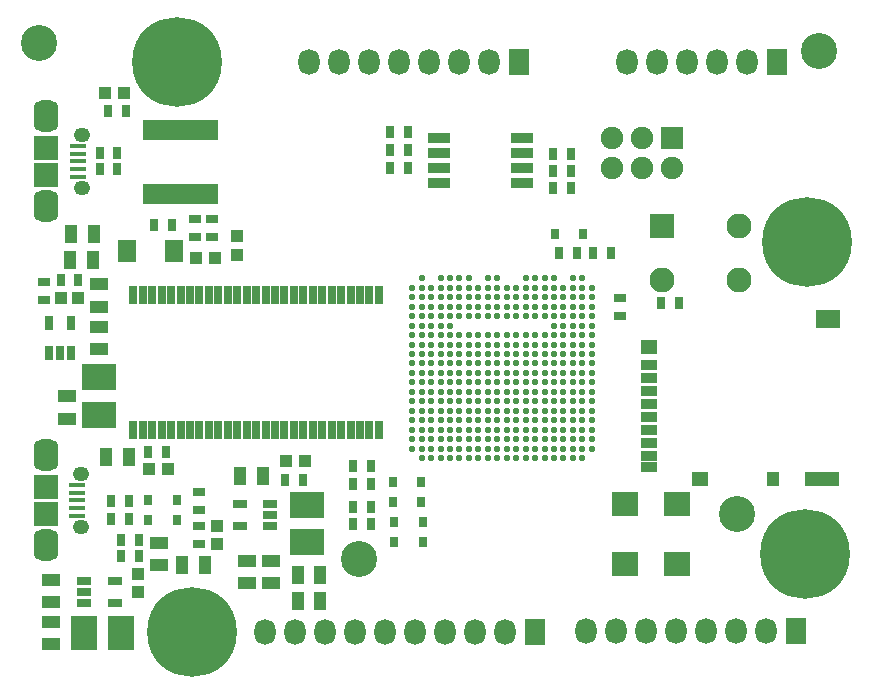
<source format=gts>
G04*
G04 #@! TF.GenerationSoftware,Altium Limited,Altium Designer,18.1.9 (240)*
G04*
G04 Layer_Color=8388736*
%FSLAX44Y44*%
%MOMM*%
G71*
G01*
G75*
%ADD38R,1.6032X1.8432*%
%ADD39R,1.0032X1.0032*%
%ADD40R,1.0032X1.0032*%
%ADD41R,1.5032X1.1032*%
%ADD42R,1.1032X1.5032*%
%ADD43R,0.8032X1.1032*%
%ADD44R,1.1032X0.8032*%
%ADD45R,0.7620X0.8890*%
%ADD46R,2.2032X2.9032*%
%ADD47R,2.9032X2.2032*%
%ADD48C,0.5432*%
%ADD49R,1.4032X0.9032*%
%ADD50R,1.3400X0.8400*%
%ADD51R,1.4032X1.2032*%
%ADD52R,2.1031X1.5032*%
%ADD53R,3.0033X1.2032*%
%ADD54R,1.0033X1.2032*%
%ADD55R,1.4032X1.2032*%
%ADD56C,3.0480*%
%ADD57R,2.1032X2.0032*%
%ADD58R,1.4008X0.4508*%
%ADD59R,1.3032X0.8032*%
%ADD60R,0.8032X1.3032*%
%ADD61R,0.6382X1.7292*%
%ADD62R,1.9882X0.8532*%
%ADD63R,0.8032X1.4982*%
%ADD64R,2.2032X2.0032*%
%ADD65C,2.1032*%
%ADD66R,2.1032X2.1032*%
G04:AMPARAMS|DCode=67|XSize=1.33mm|YSize=1.18mm|CornerRadius=0.502mm|HoleSize=0mm|Usage=FLASHONLY|Rotation=0.000|XOffset=0mm|YOffset=0mm|HoleType=Round|Shape=RoundedRectangle|*
%AMROUNDEDRECTD67*
21,1,1.3300,0.1760,0,0,0.0*
21,1,0.3260,1.1800,0,0,0.0*
1,1,1.0040,0.1630,-0.0880*
1,1,1.0040,-0.1630,-0.0880*
1,1,1.0040,-0.1630,0.0880*
1,1,1.0040,0.1630,0.0880*
%
%ADD67ROUNDEDRECTD67*%
G04:AMPARAMS|DCode=68|XSize=2.1032mm|YSize=2.6282mm|CornerRadius=0.6716mm|HoleSize=0mm|Usage=FLASHONLY|Rotation=0.000|XOffset=0mm|YOffset=0mm|HoleType=Round|Shape=RoundedRectangle|*
%AMROUNDEDRECTD68*
21,1,2.1032,1.2850,0,0,0.0*
21,1,0.7600,2.6282,0,0,0.0*
1,1,1.3432,0.3800,-0.6425*
1,1,1.3432,-0.3800,-0.6425*
1,1,1.3432,-0.3800,0.6425*
1,1,1.3432,0.3800,0.6425*
%
%ADD68ROUNDEDRECTD68*%
%ADD69C,1.9032*%
%ADD70R,1.9032X1.9032*%
%ADD71C,7.6032*%
%ADD72R,1.8032X2.2032*%
%ADD73O,1.8032X2.2032*%
D38*
X124650Y348000D02*
D03*
X84350D02*
D03*
D39*
X94000Y59000D02*
D03*
Y74000D02*
D03*
X161000Y99500D02*
D03*
Y114500D02*
D03*
X178000Y360000D02*
D03*
Y344000D02*
D03*
D40*
X43500Y308000D02*
D03*
X28500D02*
D03*
X103000Y162700D02*
D03*
X119000D02*
D03*
X66000Y481000D02*
D03*
X82000D02*
D03*
X143000Y342000D02*
D03*
X159000D02*
D03*
X219223Y169600D02*
D03*
X235223D02*
D03*
D41*
X61000Y283500D02*
D03*
Y264500D02*
D03*
X20000Y33500D02*
D03*
Y14500D02*
D03*
X112000Y81500D02*
D03*
Y100500D02*
D03*
X20000Y50500D02*
D03*
Y69500D02*
D03*
X61000Y319500D02*
D03*
Y300500D02*
D03*
X34000Y205500D02*
D03*
Y224500D02*
D03*
X186000Y85500D02*
D03*
Y66500D02*
D03*
X207000Y85500D02*
D03*
Y66500D02*
D03*
D42*
X131500Y82000D02*
D03*
X150500D02*
D03*
X67000Y173000D02*
D03*
X86000D02*
D03*
X56500Y362000D02*
D03*
X37500D02*
D03*
X55750Y340000D02*
D03*
X36750D02*
D03*
X180500Y157000D02*
D03*
X199500D02*
D03*
X229100Y51500D02*
D03*
X248100D02*
D03*
X229100Y73500D02*
D03*
X248100D02*
D03*
D43*
X276100Y150400D02*
D03*
X291100D02*
D03*
X276100Y165400D02*
D03*
X291100D02*
D03*
X276400Y116760D02*
D03*
X291400D02*
D03*
X276400Y130760D02*
D03*
X291400D02*
D03*
X86000Y121000D02*
D03*
X71000D02*
D03*
X86000Y136000D02*
D03*
X71000D02*
D03*
X122500Y370000D02*
D03*
X107500D02*
D03*
X76500Y417000D02*
D03*
X61500D02*
D03*
X76500Y431000D02*
D03*
X61500D02*
D03*
X94500Y103000D02*
D03*
X79500D02*
D03*
X94500Y89000D02*
D03*
X79500D02*
D03*
X43500Y323000D02*
D03*
X28500D02*
D03*
X117500Y177100D02*
D03*
X102500D02*
D03*
X537000Y303500D02*
D03*
X552000D02*
D03*
X83500Y466000D02*
D03*
X68500D02*
D03*
X233723Y153600D02*
D03*
X218723D02*
D03*
X494500Y346000D02*
D03*
X479500D02*
D03*
X450500D02*
D03*
X465500D02*
D03*
X460500Y401000D02*
D03*
X445500D02*
D03*
X307500Y433000D02*
D03*
X322500D02*
D03*
X460500Y415000D02*
D03*
X445500D02*
D03*
X307500Y448000D02*
D03*
X322500D02*
D03*
X307460Y418000D02*
D03*
X322460D02*
D03*
X460500Y430000D02*
D03*
X445500D02*
D03*
D44*
X14000Y321500D02*
D03*
Y306500D02*
D03*
X146000Y143500D02*
D03*
Y128500D02*
D03*
X145880Y99500D02*
D03*
Y114500D02*
D03*
X142000Y374500D02*
D03*
Y359500D02*
D03*
X157000Y374500D02*
D03*
Y359500D02*
D03*
X502000Y293000D02*
D03*
Y308000D02*
D03*
D45*
X333892Y135400D02*
D03*
X309508D02*
D03*
Y152400D02*
D03*
X333892D02*
D03*
X335192Y101440D02*
D03*
X310808D02*
D03*
Y118440D02*
D03*
X335192D02*
D03*
X102808Y137000D02*
D03*
X127192D02*
D03*
X102808Y120000D02*
D03*
X127192D02*
D03*
X446808Y362000D02*
D03*
X471192D02*
D03*
D46*
X48000Y24000D02*
D03*
X80000D02*
D03*
D47*
X61000Y241000D02*
D03*
Y209000D02*
D03*
X237000Y133000D02*
D03*
Y101000D02*
D03*
D48*
X446200Y324400D02*
D03*
X438200D02*
D03*
X462200D02*
D03*
X334200D02*
D03*
X350200D02*
D03*
X358200D02*
D03*
X366200D02*
D03*
X374200D02*
D03*
X390200D02*
D03*
X398200D02*
D03*
X422200D02*
D03*
X430200D02*
D03*
X470200D02*
D03*
X326200Y316400D02*
D03*
X334200D02*
D03*
X342200D02*
D03*
X350200D02*
D03*
X358200D02*
D03*
X366200D02*
D03*
X374200D02*
D03*
X382200D02*
D03*
X390200D02*
D03*
X398200D02*
D03*
X406200D02*
D03*
X414200D02*
D03*
X422200D02*
D03*
X430200D02*
D03*
X438200D02*
D03*
X446200D02*
D03*
X454200D02*
D03*
X462200D02*
D03*
X470200D02*
D03*
X478200D02*
D03*
X326200Y308400D02*
D03*
X334200D02*
D03*
X342200D02*
D03*
X350200D02*
D03*
X358200D02*
D03*
X366200D02*
D03*
X374200D02*
D03*
X382200D02*
D03*
X390200D02*
D03*
X398200D02*
D03*
X406200D02*
D03*
X414200D02*
D03*
X422200D02*
D03*
X430200D02*
D03*
X438200D02*
D03*
X446200D02*
D03*
X454200D02*
D03*
X462200D02*
D03*
X470200D02*
D03*
X478200D02*
D03*
X326200Y300400D02*
D03*
X334200D02*
D03*
X342200D02*
D03*
X350200D02*
D03*
X358200D02*
D03*
X366200D02*
D03*
X374200D02*
D03*
X382200D02*
D03*
X390200D02*
D03*
X398200D02*
D03*
X406200D02*
D03*
X414200D02*
D03*
X422200D02*
D03*
X430200D02*
D03*
X438200D02*
D03*
X446200D02*
D03*
X454200D02*
D03*
X462200D02*
D03*
X470200D02*
D03*
X478200D02*
D03*
X326200Y292400D02*
D03*
X334200D02*
D03*
X342200D02*
D03*
X350200D02*
D03*
X358200D02*
D03*
X366200D02*
D03*
X374200D02*
D03*
X382200D02*
D03*
X390200D02*
D03*
X398200D02*
D03*
X406200D02*
D03*
X414200D02*
D03*
X422200D02*
D03*
X430200D02*
D03*
X438200D02*
D03*
X446200D02*
D03*
X454200D02*
D03*
X462200D02*
D03*
X470200D02*
D03*
X478200D02*
D03*
X326200Y284400D02*
D03*
X334200D02*
D03*
X342200D02*
D03*
X350200D02*
D03*
X358200D02*
D03*
X446200D02*
D03*
X454200D02*
D03*
X462200D02*
D03*
X470200D02*
D03*
X478200D02*
D03*
X326200Y276400D02*
D03*
X334200D02*
D03*
X342200D02*
D03*
X350200D02*
D03*
X358200D02*
D03*
X366200D02*
D03*
X374200D02*
D03*
X382200D02*
D03*
X390200D02*
D03*
X398200D02*
D03*
X406200D02*
D03*
X414200D02*
D03*
X422200D02*
D03*
X430200D02*
D03*
X438200D02*
D03*
X446200D02*
D03*
X454200D02*
D03*
X462200D02*
D03*
X470200D02*
D03*
X478200D02*
D03*
X326200Y268400D02*
D03*
X334200D02*
D03*
X342200D02*
D03*
X350200D02*
D03*
X358200D02*
D03*
X366200D02*
D03*
X374200D02*
D03*
X382200D02*
D03*
X390200D02*
D03*
X398200D02*
D03*
X406200D02*
D03*
X414200D02*
D03*
X422200D02*
D03*
X430200D02*
D03*
X438200D02*
D03*
X446200D02*
D03*
X454200D02*
D03*
X462200D02*
D03*
X470200D02*
D03*
X478200D02*
D03*
X326200Y260400D02*
D03*
X334200D02*
D03*
X342200D02*
D03*
X350200D02*
D03*
X358200D02*
D03*
X366200D02*
D03*
X374200D02*
D03*
X382200D02*
D03*
X390200D02*
D03*
X398200D02*
D03*
X406200D02*
D03*
X414200D02*
D03*
X422200D02*
D03*
X430200D02*
D03*
X438200D02*
D03*
X446200D02*
D03*
X454200D02*
D03*
X462200D02*
D03*
X470200D02*
D03*
X478200D02*
D03*
X326200Y252400D02*
D03*
X334200D02*
D03*
X342200D02*
D03*
X350200D02*
D03*
X358200D02*
D03*
X366200D02*
D03*
X374200D02*
D03*
X382200D02*
D03*
X390200D02*
D03*
X398200D02*
D03*
X406200D02*
D03*
X414200D02*
D03*
X422200D02*
D03*
X430200D02*
D03*
X438200D02*
D03*
X446200D02*
D03*
X454200D02*
D03*
X462200D02*
D03*
X470200D02*
D03*
X478200D02*
D03*
X326200Y244400D02*
D03*
X334200D02*
D03*
X342200D02*
D03*
X350200D02*
D03*
X358200D02*
D03*
X366200D02*
D03*
X374200D02*
D03*
X382200D02*
D03*
X390200D02*
D03*
X398200D02*
D03*
X406200D02*
D03*
X414200D02*
D03*
X422200D02*
D03*
X430200D02*
D03*
X438200D02*
D03*
X446200D02*
D03*
X454200D02*
D03*
X462200D02*
D03*
X470200D02*
D03*
X478200D02*
D03*
X326200Y236400D02*
D03*
X334200D02*
D03*
X342200D02*
D03*
X350200D02*
D03*
X358200D02*
D03*
X366200D02*
D03*
X374200D02*
D03*
X382200D02*
D03*
X390200D02*
D03*
X398200D02*
D03*
X406200D02*
D03*
X414200D02*
D03*
X422200D02*
D03*
X430200D02*
D03*
X438200D02*
D03*
X446200D02*
D03*
X454200D02*
D03*
X462200D02*
D03*
X470200D02*
D03*
X478200D02*
D03*
X326200Y228400D02*
D03*
X334200D02*
D03*
X342200D02*
D03*
X350200D02*
D03*
X358200D02*
D03*
X366200D02*
D03*
X374200D02*
D03*
X382200D02*
D03*
X390200D02*
D03*
X398200D02*
D03*
X406200D02*
D03*
X414200D02*
D03*
X422200D02*
D03*
X430200D02*
D03*
X438200D02*
D03*
X446200D02*
D03*
X454200D02*
D03*
X462200D02*
D03*
X470200D02*
D03*
X478200D02*
D03*
X326200Y220400D02*
D03*
X334200D02*
D03*
X342200D02*
D03*
X350200D02*
D03*
X358200D02*
D03*
X366200D02*
D03*
X374200D02*
D03*
X382200D02*
D03*
X390200D02*
D03*
X398200D02*
D03*
X406200D02*
D03*
X414200D02*
D03*
X422200D02*
D03*
X430200D02*
D03*
X438200D02*
D03*
X446200D02*
D03*
X454200D02*
D03*
X462200D02*
D03*
X470200D02*
D03*
X478200D02*
D03*
X326200Y212400D02*
D03*
X334200D02*
D03*
X342200D02*
D03*
X350200D02*
D03*
X358200D02*
D03*
X366200D02*
D03*
X374200D02*
D03*
X382200D02*
D03*
X390200D02*
D03*
X398200D02*
D03*
X406200D02*
D03*
X414200D02*
D03*
X422200D02*
D03*
X430200D02*
D03*
X438200D02*
D03*
X446200D02*
D03*
X454200D02*
D03*
X462200D02*
D03*
X470200D02*
D03*
X478200D02*
D03*
X326200Y204400D02*
D03*
X334200D02*
D03*
X342200D02*
D03*
X350200D02*
D03*
X358200D02*
D03*
X366200D02*
D03*
X374200D02*
D03*
X382200D02*
D03*
X390200D02*
D03*
X398200D02*
D03*
X406200D02*
D03*
X414200D02*
D03*
X422200D02*
D03*
X430200D02*
D03*
X438200D02*
D03*
X446200D02*
D03*
X454200D02*
D03*
X462200D02*
D03*
X470200D02*
D03*
X478200D02*
D03*
X326200Y196400D02*
D03*
X334200D02*
D03*
X342200D02*
D03*
X350200D02*
D03*
X358200D02*
D03*
X366200D02*
D03*
X374200D02*
D03*
X382200D02*
D03*
X390200D02*
D03*
X398200D02*
D03*
X406200D02*
D03*
X414200D02*
D03*
X422200D02*
D03*
X430200D02*
D03*
X438200D02*
D03*
X446200D02*
D03*
X454200D02*
D03*
X462200D02*
D03*
X470200D02*
D03*
X478200D02*
D03*
X326200Y188400D02*
D03*
X334200D02*
D03*
X342200D02*
D03*
X350200D02*
D03*
X358200D02*
D03*
X366200D02*
D03*
X374200D02*
D03*
X382200D02*
D03*
X390200D02*
D03*
X398200D02*
D03*
X406200D02*
D03*
X414200D02*
D03*
X422200D02*
D03*
X430200D02*
D03*
X438200D02*
D03*
X446200D02*
D03*
X454200D02*
D03*
X462200D02*
D03*
X470200D02*
D03*
X478200D02*
D03*
X326200Y180400D02*
D03*
X334200D02*
D03*
X342200D02*
D03*
X350200D02*
D03*
X358200D02*
D03*
X366200D02*
D03*
X374200D02*
D03*
X382200D02*
D03*
X390200D02*
D03*
X398200D02*
D03*
X406200D02*
D03*
X414200D02*
D03*
X422200D02*
D03*
X430200D02*
D03*
X438200D02*
D03*
X446200D02*
D03*
X454200D02*
D03*
X462200D02*
D03*
X470200D02*
D03*
X478200D02*
D03*
X334200Y172400D02*
D03*
X342200D02*
D03*
X350200D02*
D03*
X358200D02*
D03*
X366200D02*
D03*
X374200D02*
D03*
X382200D02*
D03*
X390200D02*
D03*
X398200D02*
D03*
X406200D02*
D03*
X414200D02*
D03*
X422200D02*
D03*
X430200D02*
D03*
X438200D02*
D03*
X446200D02*
D03*
X454200D02*
D03*
X462200D02*
D03*
X470200D02*
D03*
D49*
X527000Y251000D02*
D03*
Y240000D02*
D03*
Y229000D02*
D03*
Y218000D02*
D03*
Y207000D02*
D03*
Y196000D02*
D03*
Y185000D02*
D03*
D50*
Y174000D02*
D03*
Y164500D02*
D03*
D51*
Y266502D02*
D03*
D52*
X678000Y290002D02*
D03*
D53*
X673502Y155001D02*
D03*
D54*
X632001D02*
D03*
D55*
X570000D02*
D03*
D56*
X281000Y87100D02*
D03*
X671000Y517000D02*
D03*
X10000Y524000D02*
D03*
X601300Y125100D02*
D03*
D57*
X16000Y125000D02*
D03*
Y148000D02*
D03*
X16250Y412000D02*
D03*
Y435000D02*
D03*
D58*
X42750Y123500D02*
D03*
Y130000D02*
D03*
Y136500D02*
D03*
Y143000D02*
D03*
Y149500D02*
D03*
X43000Y410500D02*
D03*
Y417000D02*
D03*
Y423500D02*
D03*
Y430000D02*
D03*
Y436500D02*
D03*
D59*
X48500Y68500D02*
D03*
Y59000D02*
D03*
Y49500D02*
D03*
X74500D02*
D03*
Y68500D02*
D03*
X206000Y114500D02*
D03*
Y124000D02*
D03*
Y133500D02*
D03*
X180000D02*
D03*
Y114500D02*
D03*
D60*
X18500Y287000D02*
D03*
X37500D02*
D03*
Y261000D02*
D03*
X28000D02*
D03*
X18500D02*
D03*
D61*
X158580Y450120D02*
D03*
X152220D02*
D03*
X145880D02*
D03*
X139520D02*
D03*
X133180D02*
D03*
X126820D02*
D03*
X120480D02*
D03*
X114120D02*
D03*
X107780D02*
D03*
X101420D02*
D03*
Y395880D02*
D03*
X107780D02*
D03*
X114120D02*
D03*
X120480D02*
D03*
X126820D02*
D03*
X133180D02*
D03*
X139520D02*
D03*
X145880D02*
D03*
X152220D02*
D03*
X158580D02*
D03*
D62*
X419320Y404950D02*
D03*
Y417650D02*
D03*
Y430350D02*
D03*
Y443050D02*
D03*
X348680D02*
D03*
Y430350D02*
D03*
Y417650D02*
D03*
Y404950D02*
D03*
D63*
X298000Y195720D02*
D03*
X290000D02*
D03*
X282000D02*
D03*
X274000D02*
D03*
X266000D02*
D03*
X258000D02*
D03*
X250000D02*
D03*
X242000D02*
D03*
X234000D02*
D03*
X226000D02*
D03*
X218000D02*
D03*
X210000D02*
D03*
X202000D02*
D03*
X194000D02*
D03*
X186000D02*
D03*
X178000D02*
D03*
X170000D02*
D03*
X162000D02*
D03*
X154000D02*
D03*
X146000D02*
D03*
X138000D02*
D03*
X130000D02*
D03*
X122000D02*
D03*
X114000D02*
D03*
X106000D02*
D03*
X98000D02*
D03*
X90000D02*
D03*
Y310280D02*
D03*
X98000D02*
D03*
X106000D02*
D03*
X114000D02*
D03*
X122000D02*
D03*
X130000D02*
D03*
X138000D02*
D03*
X146000D02*
D03*
X154000D02*
D03*
X162000D02*
D03*
X170000D02*
D03*
X178000D02*
D03*
X186000D02*
D03*
X194000D02*
D03*
X202000D02*
D03*
X210000D02*
D03*
X218000D02*
D03*
X226000D02*
D03*
X234000D02*
D03*
X242000D02*
D03*
X250000D02*
D03*
X258000D02*
D03*
X266000D02*
D03*
X274000D02*
D03*
X282000D02*
D03*
X290000D02*
D03*
X298000D02*
D03*
D64*
X506000Y82600D02*
D03*
X550000D02*
D03*
X506000Y133400D02*
D03*
X550000D02*
D03*
D65*
X537500Y323500D02*
D03*
X602500D02*
D03*
Y368500D02*
D03*
D66*
X537500D02*
D03*
D67*
X46000Y158750D02*
D03*
Y114250D02*
D03*
X46250Y445750D02*
D03*
Y401250D02*
D03*
D68*
X16000Y174620D02*
D03*
Y98380D02*
D03*
X16250Y461620D02*
D03*
Y385380D02*
D03*
D69*
X495600Y417600D02*
D03*
X521000D02*
D03*
X546400D02*
D03*
X495600Y443000D02*
D03*
X521000D02*
D03*
D70*
X546400D02*
D03*
D71*
X127000Y508000D02*
D03*
X660400Y355600D02*
D03*
X658900Y91200D02*
D03*
X139700Y25400D02*
D03*
D72*
X635000Y508000D02*
D03*
X416560D02*
D03*
X650900Y25600D02*
D03*
X430200Y25400D02*
D03*
D73*
X609600Y508000D02*
D03*
X584200D02*
D03*
X558800D02*
D03*
X533400D02*
D03*
X508000D02*
D03*
X238760D02*
D03*
X264160D02*
D03*
X289560D02*
D03*
X314960D02*
D03*
X340360D02*
D03*
X365760D02*
D03*
X391160D02*
D03*
X473100Y25600D02*
D03*
X498500D02*
D03*
X523900D02*
D03*
X549300D02*
D03*
X574700D02*
D03*
X600100D02*
D03*
X625500D02*
D03*
X404800Y25400D02*
D03*
X379400D02*
D03*
X354000D02*
D03*
X328600D02*
D03*
X303200D02*
D03*
X277800D02*
D03*
X252400D02*
D03*
X227000D02*
D03*
X201600D02*
D03*
M02*

</source>
